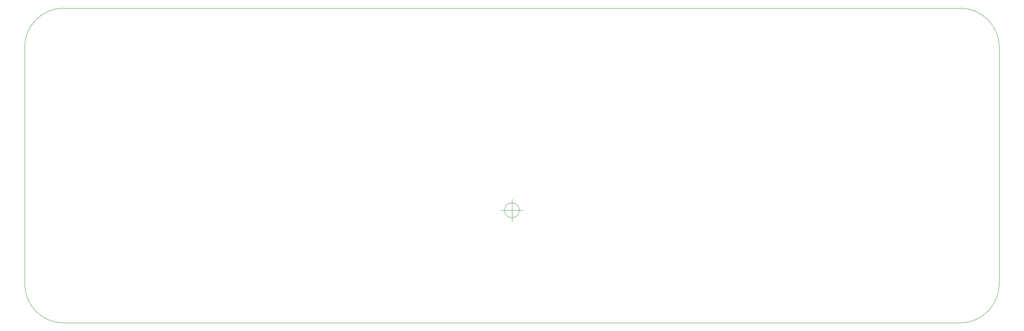
<source format=gbr>
%TF.GenerationSoftware,KiCad,Pcbnew,(6.0.6-0)*%
%TF.CreationDate,2022-07-07T15:16:11+02:00*%
%TF.ProjectId,hoatzin,686f6174-7a69-46e2-9e6b-696361645f70,rev?*%
%TF.SameCoordinates,Original*%
%TF.FileFunction,Profile,NP*%
%FSLAX46Y46*%
G04 Gerber Fmt 4.6, Leading zero omitted, Abs format (unit mm)*
G04 Created by KiCad (PCBNEW (6.0.6-0)) date 2022-07-07 15:16:11*
%MOMM*%
%LPD*%
G01*
G04 APERTURE LIST*
%TA.AperFunction,Profile*%
%ADD10C,0.100000*%
%TD*%
G04 APERTURE END LIST*
D10*
X252730000Y-59500000D02*
G75*
G03*
X243840000Y-50610000I-8890000J0D01*
G01*
X243840000Y-122110000D02*
G75*
G03*
X252730000Y-113220000I0J8890000D01*
G01*
X243840000Y-50610000D02*
X40640000Y-50610000D01*
X40640000Y-50610000D02*
G75*
G03*
X31750000Y-59500000I0J-8890000D01*
G01*
X243840000Y-122110000D02*
X40640000Y-122110000D01*
X31750000Y-113220000D02*
X31750000Y-59500000D01*
X31750000Y-113220000D02*
G75*
G03*
X40640000Y-122110000I8890000J0D01*
G01*
X252730000Y-59500000D02*
X252730000Y-113220000D01*
X143906666Y-96520000D02*
G75*
G03*
X143906666Y-96520000I-1666666J0D01*
G01*
X139740000Y-96520000D02*
X144740000Y-96520000D01*
X142240000Y-94020000D02*
X142240000Y-99020000D01*
X143906666Y-96520000D02*
G75*
G03*
X143906666Y-96520000I-1666666J0D01*
G01*
X139740000Y-96520000D02*
X144740000Y-96520000D01*
X142240000Y-94020000D02*
X142240000Y-99020000D01*
X143906666Y-96520000D02*
G75*
G03*
X143906666Y-96520000I-1666666J0D01*
G01*
X139740000Y-96520000D02*
X144740000Y-96520000D01*
X142240000Y-94020000D02*
X142240000Y-99020000D01*
M02*

</source>
